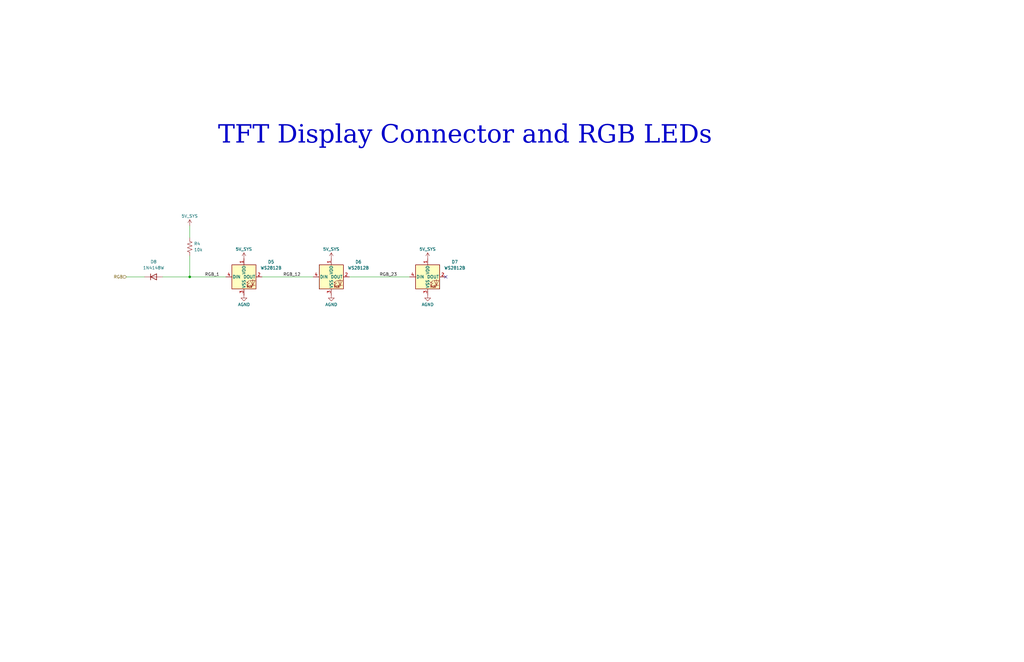
<source format=kicad_sch>
(kicad_sch (version 20231120) (generator "eeschema") (generator_version "8.0")
  (paper "B")
  (title_block (title "SCAN") (date "2025-01-30") (rev "v1.1") (company "Senior Design Group 35"))
  (lib_symbols
    (symbol "Device:R_US" (pin_numbers hide) (pin_names (offset 0))
      (property "Reference" "R" (at 2.54 0 90))
      (property "Value" "R_US" (at -2.54 0 90))
      (symbol "R_US_0_1"
        (polyline (pts (xy 0 -2.286) (xy 0 -2.54)))
        (polyline (pts (xy 0 2.286) (xy 0 2.54)))
        (polyline (pts (xy 0 -0.762) (xy 1.016 -1.143) (xy 0 -1.524) (xy -1.016 -1.905) (xy 0 -2.286)))
        (polyline (pts (xy 0 0.762) (xy 1.016 0.381) (xy 0 0) (xy -1.016 -0.381) (xy 0 -0.762)))
        (polyline (pts (xy 0 2.286) (xy 1.016 1.905) (xy 0 1.524) (xy -1.016 1.143) (xy 0 0.762)))
      )
      (symbol "R_US_1_1"
        (pin passive line (at 0 3.81 270) (length 1.27) (name "~") (number "1"))
        (pin passive line (at 0 -3.81 90) (length 1.27) (name "~") (number "2"))
      )
    )
    (symbol "Diode:1N4148W" (pin_numbers hide) (pin_names hide)
      (property "Reference" "D" (at 0 2.54 0))
      (property "Value" "1N4148W" (at 0 -2.54 0))
      (symbol "1N4148W_0_1"
        (polyline (pts (xy -1.27 1.27) (xy -1.27 -1.27)) (stroke (width 0.254)))
        (polyline (pts (xy 1.27 0) (xy -1.27 0)))
        (polyline (pts (xy 1.27 1.27) (xy 1.27 -1.27) (xy -1.27 0) (xy 1.27 1.27)) (stroke (width 0.254)))
      )
      (symbol "1N4148W_1_1"
        (pin passive line (at -3.81 0 0) (length 2.54) (name "K") (number "1"))
        (pin passive line (at 3.81 0 180) (length 2.54) (name "A") (number "2"))
      )
    )
    (symbol "LED:WS2812B" (pin_names (offset 0.254))
      (property "Reference" "D" (at 5.08 5.715 0))
      (property "Value" "WS2812B" (at 1.27 -5.715 0))
      (symbol "WS2812B_0_0"
        (text "RGB" (at 2.286 -4.191 0) (effects (font (size 0.762 0.762))))
      )
      (symbol "WS2812B_0_1"
        (polyline (pts (xy 1.27 -3.556) (xy 1.778 -3.556)))
        (polyline (pts (xy 1.27 -2.54) (xy 1.778 -2.54)))
        (polyline (pts (xy 4.699 -3.556) (xy 2.667 -3.556)))
        (polyline (pts (xy 2.286 -2.54) (xy 1.27 -3.556) (xy 1.27 -3.048)))
        (polyline (pts (xy 2.286 -1.524) (xy 1.27 -2.54) (xy 1.27 -2.032)))
        (polyline (pts (xy 3.683 -1.016) (xy 3.683 -3.556) (xy 3.683 -4.064)))
        (polyline (pts (xy 4.699 -1.524) (xy 2.667 -1.524) (xy 3.683 -3.556) (xy 4.699 -1.524)))
        (rectangle (start 5.08 5.08) (end -5.08 -5.08) (stroke (width 0.254)) (fill (type background)))
      )
      (symbol "WS2812B_1_1"
        (pin power_in line (at 0 7.62 270) (length 2.54) (name "VDD") (number "1"))
        (pin output line (at 7.62 0 180) (length 2.54) (name "DOUT") (number "2"))
        (pin power_in line (at 0 -7.62 90) (length 2.54) (name "VSS") (number "3"))
        (pin input line (at -7.62 0 0) (length 2.54) (name "DIN") (number "4"))
      )
    )
    (symbol "power:+3.3V" (power) (pin_numbers hide) (pin_names (offset 0) hide)
      (property "Value" "+3.3V" (at 0 3.556 0))
      (symbol "+3.3V_0_1"
        (polyline (pts (xy -0.762 1.27) (xy 0 2.54)))
        (polyline (pts (xy 0 0) (xy 0 2.54)))
        (polyline (pts (xy 0 2.54) (xy 0.762 1.27)))
      )
      (symbol "+3.3V_1_1"
        (pin power_in line (at 0 0 90) (length 0) (name "~") (number "1"))
      )
    )
    (symbol "power:GND" (power) (pin_numbers hide) (pin_names (offset 0) hide)
      (property "Value" "GND" (at 0 -3.81 0))
      (symbol "GND_0_1"
        (polyline (pts (xy 0 0) (xy 0 -1.27) (xy 1.27 -1.27) (xy 0 -2.54) (xy -1.27 -1.27) (xy 0 -1.27)))
      )
      (symbol "GND_1_1"
        (pin power_in line (at 0 0 270) (length 0) (name "~") (number "1"))
      )
    )
  )
  (junction (at 80.01 116.84))
  (no_connect (at 187.96 116.84))
  (wire (pts (xy 53.34 116.84) (xy 60.96 116.84)))
  (wire (pts (xy 80.01 95.25) (xy 80.01 100.33)))
  (wire (pts (xy 80.01 107.95) (xy 80.01 116.84)))
  (wire (pts (xy 147.32 116.84) (xy 172.72 116.84)))
  (wire (pts (xy 68.58 116.84) (xy 80.01 116.84)))
  (wire (pts (xy 80.01 116.84) (xy 95.25 116.84)))
  (wire (pts (xy 110.49 116.84) (xy 132.08 116.84)))
  (text "TFT Display Connector and RGB LEDs" (at 196.088 59.182 0) (effects (font (size 7.62 7.62) (thickness 0.9525))))
  (label "RGB_12" (at 119.38 116.84 0))
  (label "RGB_1" (at 86.36 116.84 0))
  (label "RGB_23" (at 160.02 116.84 0))
  (hierarchical_label "RGB" (shape input) (at 53.34 116.84 180))
  (symbol (lib_id "power:GND") (at 180.34 124.46 0) (unit 1)
    (property "Reference" "#PWR045" (effects (hide yes)))
    (property "Value" "AGND" (at 180.34 128.524 0))
    (property "Description" "Power symbol creates a global label with name \"GND\" , ground" (effects (hide yes)))
  )
  (symbol (lib_id "power:+3.3V") (at 102.87 109.22 0) (unit 1)
    (property "Reference" "#PWR012" (effects (hide yes)))
    (property "Value" "5V_SYS" (at 99.314 105.156 0) (effects (justify left)))
    (property "Description" "Power symbol creates a global label with name \"+3.3V\"" (effects (hide yes)))
  )
  (symbol (lib_id "LED:WS2812B") (at 139.7 116.84 0) (unit 1)
    (property "Reference" "D6" (at 151.13 110.5214 0))
    (property "Value" "WS2812B" (at 151.13 113.0614 0))
    (property "Footprint" "LED_SMD:LED_WS2812B_PLCC4_5.0x5.0mm_P3.2mm" (effects (hide yes)))
    (property "Datasheet" "https://cdn-shop.adafruit.com/datasheets/WS2812B.pdf" (effects (hide yes)))
    (property "Description" "RGB LED with integrated controller" (effects (hide yes)))
  )
  (symbol (lib_id "LED:WS2812B") (at 102.87 116.84 0) (unit 1)
    (property "Reference" "D5" (at 114.3 110.5214 0))
    (property "Value" "WS2812B" (at 114.3 113.0614 0))
    (property "Footprint" "LED_SMD:LED_WS2812B_PLCC4_5.0x5.0mm_P3.2mm" (effects (hide yes)))
    (property "Datasheet" "https://cdn-shop.adafruit.com/datasheets/WS2812B.pdf" (effects (hide yes)))
    (property "Description" "RGB LED with integrated controller" (effects (hide yes)))
  )
  (symbol (lib_id "power:GND") (at 102.87 124.46 0) (unit 1)
    (property "Reference" "#PWR013" (effects (hide yes)))
    (property "Value" "AGND" (at 102.87 128.524 0))
    (property "Description" "Power symbol creates a global label with name \"GND\" , ground" (effects (hide yes)))
  )
  (symbol (lib_id "power:+3.3V") (at 180.34 109.22 0) (unit 1)
    (property "Reference" "#PWR022" (effects (hide yes)))
    (property "Value" "5V_SYS" (at 176.784 105.156 0) (effects (justify left)))
    (property "Description" "Power symbol creates a global label with name \"+3.3V\"" (effects (hide yes)))
  )
  (symbol (lib_id "LED:WS2812B") (at 180.34 116.84 0) (unit 1)
    (property "Reference" "D7" (at 191.77 110.5214 0))
    (property "Value" "WS2812B" (at 191.77 113.0614 0))
    (property "Footprint" "LED_SMD:LED_WS2812B_PLCC4_5.0x5.0mm_P3.2mm" (effects (hide yes)))
    (property "Datasheet" "https://cdn-shop.adafruit.com/datasheets/WS2812B.pdf" (effects (hide yes)))
    (property "Description" "RGB LED with integrated controller" (effects (hide yes)))
  )
  (symbol (lib_id "Diode:1N4148W") (at 64.77 116.84 0) (unit 1)
    (property "Reference" "D8" (at 64.77 110.49 0))
    (property "Value" "1N4148W" (at 64.77 113.03 0))
    (property "Footprint" "Diode_SMD:D_SOD-123" (effects (hide yes)))
    (property "Datasheet" "https://www.vishay.com/docs/85748/1n4148w.pdf" (effects (hide yes)))
    (property "Description" "75V 0.15A Fast Switching Diode, SOD-123" (effects (hide yes)))
    (property "Sim.Device" "D" (effects (hide yes)))
    (property "Sim.Pins" "1=K 2=A" (effects (hide yes)))
  )
  (symbol (lib_id "Device:R_US") (at 80.01 104.14 0) (unit 1)
    (property "Reference" "R4" (at 81.788 102.87 0) (effects (justify left)))
    (property "Value" "10k" (at 81.788 105.41 0) (effects (justify left)))
    (property "Footprint" "Resistor_SMD:R_0805_2012Metric" (effects (hide yes)))
    (property "Description" "Resistor, US symbol" (effects (hide yes)))
  )
  (symbol (lib_id "power:+3.3V") (at 80.01 95.25 0) (unit 1)
    (property "Reference" "#PWR046" (effects (hide yes)))
    (property "Value" "5V_SYS" (at 76.454 91.186 0) (effects (justify left)))
    (property "Description" "Power symbol creates a global label with name \"+3.3V\"" (effects (hide yes)))
  )
  (symbol (lib_id "power:+3.3V") (at 139.7 109.22 0) (unit 1)
    (property "Reference" "#PWR017" (effects (hide yes)))
    (property "Value" "5V_SYS" (at 136.144 105.156 0) (effects (justify left)))
    (property "Description" "Power symbol creates a global label with name \"+3.3V\"" (effects (hide yes)))
  )
  (symbol (lib_id "power:GND") (at 139.7 124.46 0) (unit 1)
    (property "Reference" "#PWR021" (effects (hide yes)))
    (property "Value" "AGND" (at 139.7 128.524 0))
    (property "Description" "Power symbol creates a global label with name \"GND\" , ground" (effects (hide yes)))
  )
)
</source>
